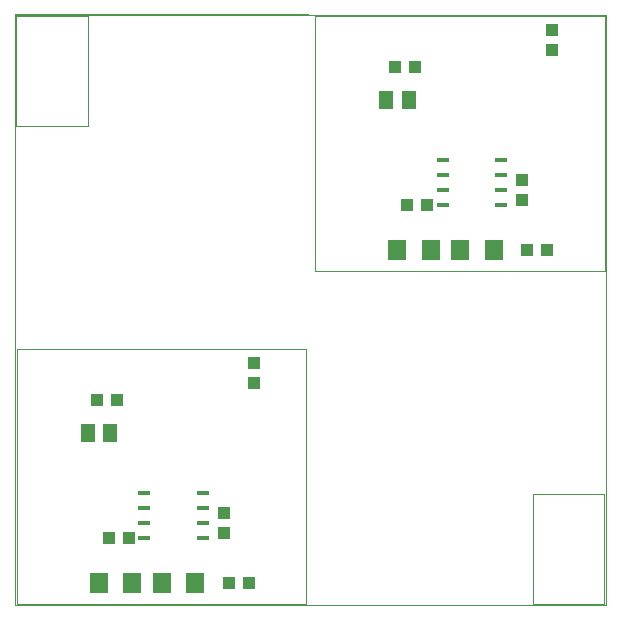
<source format=gbp>
G75*
%MOIN*%
%OFA0B0*%
%FSLAX25Y25*%
%IPPOS*%
%LPD*%
%AMOC8*
5,1,8,0,0,1.08239X$1,22.5*
%
%ADD10C,0.00000*%
%ADD11R,0.03937X0.04331*%
%ADD12R,0.04331X0.03937*%
%ADD13R,0.05118X0.05906*%
%ADD14R,0.06299X0.07098*%
%ADD15R,0.04134X0.01614*%
D10*
X0001118Y0001050D02*
X0197969Y0001050D01*
X0197969Y0197900D01*
X0001118Y0197900D01*
X0001118Y0001050D01*
X0197969Y0001050D01*
X0197969Y0197900D01*
X0001020Y0197959D01*
X0001118Y0001050D01*
X0001618Y0001550D02*
X0001618Y0086550D01*
X0098118Y0086550D01*
X0098118Y0001550D01*
X0001618Y0001550D01*
X0101118Y0112550D02*
X0101118Y0197550D01*
X0197618Y0197550D01*
X0197618Y0112550D01*
X0101118Y0112550D01*
X0173618Y0038261D02*
X0173618Y0001550D01*
X0197569Y0001550D01*
X0197569Y0038261D01*
X0173618Y0038261D01*
X0025451Y0160652D02*
X0025451Y0197363D01*
X0001500Y0197363D01*
X0001500Y0160652D01*
X0025451Y0160652D01*
D11*
X0080618Y0081896D03*
X0080618Y0075204D03*
X0070618Y0031896D03*
X0070618Y0025204D03*
X0170118Y0136204D03*
X0170118Y0142896D03*
X0180118Y0186204D03*
X0180118Y0192896D03*
D12*
X0134465Y0180550D03*
X0127772Y0180550D03*
X0131772Y0134550D03*
X0138465Y0134550D03*
X0171772Y0119550D03*
X0178465Y0119550D03*
X0078965Y0008550D03*
X0072272Y0008550D03*
X0038965Y0023550D03*
X0032272Y0023550D03*
X0034965Y0069550D03*
X0028272Y0069550D03*
D13*
X0025378Y0058550D03*
X0032858Y0058550D03*
X0124878Y0169550D03*
X0132358Y0169550D03*
D14*
X0128520Y0119550D03*
X0139717Y0119550D03*
X0149520Y0119550D03*
X0160717Y0119550D03*
X0061217Y0008550D03*
X0050020Y0008550D03*
X0040217Y0008550D03*
X0029020Y0008550D03*
D15*
X0044130Y0023550D03*
X0044130Y0028550D03*
X0044130Y0033550D03*
X0044130Y0038550D03*
X0063618Y0038550D03*
X0063618Y0033550D03*
X0063618Y0028550D03*
X0063618Y0023550D03*
X0143630Y0134550D03*
X0143630Y0139550D03*
X0143630Y0144550D03*
X0143630Y0149550D03*
X0163118Y0149550D03*
X0163118Y0144550D03*
X0163118Y0139550D03*
X0163118Y0134550D03*
M02*

</source>
